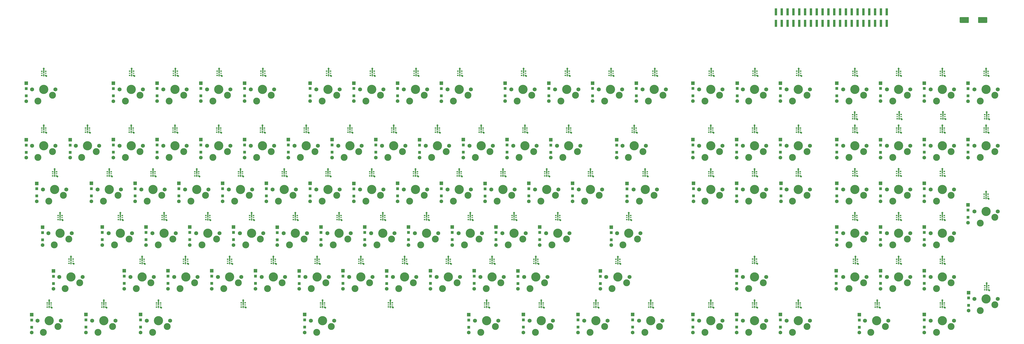
<source format=gbr>
G04 #@! TF.GenerationSoftware,KiCad,Pcbnew,(5.1.10)-1*
G04 #@! TF.CreationDate,2022-01-18T01:05:12+10:00*
G04 #@! TF.ProjectId,RedPyKeeb_mainboard,52656450-794b-4656-9562-5f6d61696e62,rev?*
G04 #@! TF.SameCoordinates,Original*
G04 #@! TF.FileFunction,Soldermask,Top*
G04 #@! TF.FilePolarity,Negative*
%FSLAX46Y46*%
G04 Gerber Fmt 4.6, Leading zero omitted, Abs format (unit mm)*
G04 Created by KiCad (PCBNEW (5.1.10)-1) date 2022-01-18 01:05:12*
%MOMM*%
%LPD*%
G01*
G04 APERTURE LIST*
%ADD10R,1.000000X3.150000*%
%ADD11R,0.800000X0.500000*%
%ADD12R,0.800000X0.300000*%
%ADD13R,0.500000X1.000000*%
%ADD14R,0.500000X2.180000*%
%ADD15C,0.800000*%
%ADD16C,1.600000*%
%ADD17R,1.600000X1.600000*%
%ADD18R,1.200000X1.200000*%
%ADD19C,1.750000*%
%ADD20C,4.000000*%
%ADD21C,3.000000*%
G04 APERTURE END LIST*
D10*
X382371600Y-26845260D03*
X362051600Y-21795500D03*
X392531600Y-21795500D03*
X392531600Y-26845500D03*
X389991600Y-21795500D03*
X389991600Y-26845500D03*
X387451600Y-21795500D03*
X387451600Y-26845500D03*
X384911600Y-21795500D03*
X384911600Y-26845500D03*
X382371600Y-21795500D03*
X379831600Y-21795500D03*
X379831600Y-26845500D03*
X377291600Y-21795500D03*
X377291600Y-26845500D03*
X374751600Y-21795500D03*
X374751600Y-26845500D03*
X372211600Y-21795500D03*
X372211600Y-26845500D03*
X369671600Y-21795500D03*
X369671600Y-26845500D03*
X367131600Y-21795500D03*
X367131600Y-26845500D03*
X364591600Y-21795500D03*
X364591600Y-26845500D03*
X362051600Y-26845500D03*
X359511600Y-21795500D03*
X359511600Y-26845500D03*
X356971600Y-21795500D03*
X356971600Y-26845500D03*
X354431600Y-21795500D03*
X354431600Y-26845500D03*
X351891600Y-21795500D03*
X351891600Y-26845500D03*
X349351600Y-21795500D03*
X349351600Y-26845500D03*
X346811600Y-21795500D03*
X346811600Y-26845500D03*
X344271600Y-21795500D03*
X344271600Y-26845500D03*
D11*
X64540500Y-49477500D03*
D12*
X64540500Y-48577500D03*
D11*
X64540500Y-47677500D03*
D12*
X62840500Y-48577500D03*
D11*
X62840500Y-47677500D03*
X62840500Y-49477500D03*
D13*
X63690500Y-49407500D03*
D14*
X63690500Y-47587500D03*
D15*
X63690500Y-46545500D03*
X64833500Y-49720500D03*
D16*
X93789500Y-60681700D03*
D17*
X93789500Y-52881700D03*
D18*
X93789500Y-55206700D03*
X93789500Y-58356700D03*
D16*
X74739500Y-60681700D03*
D17*
X74739500Y-52881700D03*
D18*
X74739500Y-55206700D03*
X74739500Y-58356700D03*
X55689500Y-58407500D03*
X55689500Y-55257500D03*
D17*
X55689500Y-52932500D03*
D16*
X55689500Y-60732500D03*
D19*
X96520000Y-55562500D03*
X106680000Y-55562500D03*
D20*
X101600000Y-55562500D03*
D21*
X99060000Y-60642500D03*
X105410000Y-58102500D03*
D15*
X102933500Y-49720500D03*
X101790500Y-46545500D03*
D14*
X101790500Y-47587500D03*
D13*
X101790500Y-49407500D03*
D11*
X100940500Y-49477500D03*
X100940500Y-47677500D03*
D12*
X100940500Y-48577500D03*
D11*
X102640500Y-47677500D03*
D12*
X102640500Y-48577500D03*
D11*
X102640500Y-49477500D03*
D15*
X121983500Y-49720500D03*
X120840500Y-46545500D03*
D14*
X120840500Y-47587500D03*
D13*
X120840500Y-49407500D03*
D11*
X119990500Y-49477500D03*
X119990500Y-47677500D03*
D12*
X119990500Y-48577500D03*
D11*
X121690500Y-47677500D03*
D12*
X121690500Y-48577500D03*
D11*
X121690500Y-49477500D03*
D19*
X77470000Y-55562500D03*
X87630000Y-55562500D03*
D20*
X82550000Y-55562500D03*
D21*
X80010000Y-60642500D03*
X86360000Y-58102500D03*
D15*
X83883500Y-49720500D03*
X82740500Y-46545500D03*
D14*
X82740500Y-47587500D03*
D13*
X82740500Y-49407500D03*
D11*
X81890500Y-49477500D03*
X81890500Y-47677500D03*
D12*
X81890500Y-48577500D03*
D11*
X83590500Y-47677500D03*
D12*
X83590500Y-48577500D03*
D11*
X83590500Y-49477500D03*
D16*
X112839500Y-60681700D03*
D17*
X112839500Y-52881700D03*
D18*
X112839500Y-55206700D03*
X112839500Y-58356700D03*
D19*
X115570000Y-55562500D03*
X125730000Y-55562500D03*
D20*
X120650000Y-55562500D03*
D21*
X118110000Y-60642500D03*
X124460000Y-58102500D03*
X67310000Y-58102500D03*
X60960000Y-60642500D03*
D20*
X63500000Y-55562500D03*
D19*
X68580000Y-55562500D03*
X58420000Y-55562500D03*
G36*
G01*
X424288700Y-26361900D02*
X424288700Y-24361900D01*
G75*
G02*
X424538700Y-24111900I250000J0D01*
G01*
X428038700Y-24111900D01*
G75*
G02*
X428288700Y-24361900I0J-250000D01*
G01*
X428288700Y-26361900D01*
G75*
G02*
X428038700Y-26611900I-250000J0D01*
G01*
X424538700Y-26611900D01*
G75*
G02*
X424288700Y-26361900I0J250000D01*
G01*
G37*
G36*
G01*
X432288700Y-26361900D02*
X432288700Y-24361900D01*
G75*
G02*
X432538700Y-24111900I250000J0D01*
G01*
X436038700Y-24111900D01*
G75*
G02*
X436288700Y-24361900I0J-250000D01*
G01*
X436288700Y-26361900D01*
G75*
G02*
X436038700Y-26611900I-250000J0D01*
G01*
X432538700Y-26611900D01*
G75*
G02*
X432288700Y-26361900I0J250000D01*
G01*
G37*
X430688750Y-146843750D03*
X440848750Y-146843750D03*
D20*
X435768750Y-146843750D03*
D21*
X433228750Y-151923750D03*
X439578750Y-149383750D03*
D15*
X437165750Y-143160750D03*
X436022750Y-139985750D03*
D14*
X436022750Y-141027750D03*
D13*
X436022750Y-142847750D03*
D11*
X435172750Y-142917750D03*
X435172750Y-141117750D03*
D12*
X435172750Y-142017750D03*
D11*
X436872750Y-141117750D03*
D12*
X436872750Y-142017750D03*
D11*
X436872750Y-142917750D03*
D16*
X428212250Y-151962950D03*
D17*
X428212250Y-144162950D03*
D18*
X428212250Y-146487950D03*
X428212250Y-149637950D03*
D15*
X417861750Y-150653750D03*
X416718750Y-147478750D03*
D14*
X416718750Y-148520750D03*
D13*
X416718750Y-150340750D03*
D11*
X415868750Y-150410750D03*
X415868750Y-148610750D03*
D12*
X415868750Y-149510750D03*
D11*
X417568750Y-148610750D03*
D12*
X417568750Y-149510750D03*
D11*
X417568750Y-150410750D03*
D19*
X411638750Y-156368750D03*
X421798750Y-156368750D03*
D20*
X416718750Y-156368750D03*
D21*
X414178750Y-161448750D03*
X420528750Y-158908750D03*
D16*
X408908250Y-161487950D03*
D17*
X408908250Y-153687950D03*
D18*
X408908250Y-156012950D03*
X408908250Y-159162950D03*
D15*
X417861750Y-131603750D03*
X416718750Y-128428750D03*
D14*
X416718750Y-129470750D03*
D13*
X416718750Y-131290750D03*
D11*
X415868750Y-131360750D03*
X415868750Y-129560750D03*
D12*
X415868750Y-130460750D03*
D11*
X417568750Y-129560750D03*
D12*
X417568750Y-130460750D03*
D11*
X417568750Y-131360750D03*
D19*
X411638750Y-137318750D03*
X421798750Y-137318750D03*
D20*
X416718750Y-137318750D03*
D21*
X414178750Y-142398750D03*
X420528750Y-139858750D03*
D16*
X408908250Y-142437950D03*
D17*
X408908250Y-134637950D03*
D18*
X408908250Y-136962950D03*
X408908250Y-140112950D03*
D19*
X392588750Y-137318750D03*
X402748750Y-137318750D03*
D20*
X397668750Y-137318750D03*
D21*
X395128750Y-142398750D03*
X401478750Y-139858750D03*
D16*
X389858250Y-142437950D03*
D17*
X389858250Y-134637950D03*
D18*
X389858250Y-136962950D03*
X389858250Y-140112950D03*
D15*
X398811750Y-131603750D03*
X397668750Y-128428750D03*
D14*
X397668750Y-129470750D03*
D13*
X397668750Y-131290750D03*
D11*
X396818750Y-131360750D03*
X396818750Y-129560750D03*
D12*
X396818750Y-130460750D03*
D11*
X398518750Y-129560750D03*
D12*
X398518750Y-130460750D03*
D11*
X398518750Y-131360750D03*
D15*
X417861750Y-112553750D03*
X416718750Y-109378750D03*
D14*
X416718750Y-110420750D03*
D13*
X416718750Y-112240750D03*
D11*
X415868750Y-112310750D03*
X415868750Y-110510750D03*
D12*
X415868750Y-111410750D03*
D11*
X417568750Y-110510750D03*
D12*
X417568750Y-111410750D03*
D11*
X417568750Y-112310750D03*
D19*
X411638750Y-118268750D03*
X421798750Y-118268750D03*
D20*
X416718750Y-118268750D03*
D21*
X414178750Y-123348750D03*
X420528750Y-120808750D03*
D16*
X408908250Y-123387950D03*
D17*
X408908250Y-115587950D03*
D18*
X408908250Y-117912950D03*
X408908250Y-121062950D03*
D15*
X398811750Y-112553750D03*
X397668750Y-109378750D03*
D14*
X397668750Y-110420750D03*
D13*
X397668750Y-112240750D03*
D11*
X396818750Y-112310750D03*
X396818750Y-110510750D03*
D12*
X396818750Y-111410750D03*
D11*
X398518750Y-110510750D03*
D12*
X398518750Y-111410750D03*
D11*
X398518750Y-112310750D03*
D19*
X392588750Y-118268750D03*
X402748750Y-118268750D03*
D20*
X397668750Y-118268750D03*
D21*
X395128750Y-123348750D03*
X401478750Y-120808750D03*
D16*
X389858250Y-123387950D03*
D17*
X389858250Y-115587950D03*
D18*
X389858250Y-117912950D03*
X389858250Y-121062950D03*
D15*
X389540750Y-150653750D03*
X388397750Y-147478750D03*
D14*
X388397750Y-148520750D03*
D13*
X388397750Y-150340750D03*
D11*
X387547750Y-150410750D03*
X387547750Y-148610750D03*
D12*
X387547750Y-149510750D03*
D11*
X389247750Y-148610750D03*
D12*
X389247750Y-149510750D03*
D11*
X389247750Y-150410750D03*
D19*
X383063750Y-156368750D03*
X393223750Y-156368750D03*
D20*
X388143750Y-156368750D03*
D21*
X385603750Y-161448750D03*
X391953750Y-158908750D03*
D16*
X380587250Y-161538750D03*
D17*
X380587250Y-153738750D03*
D18*
X380587250Y-156063750D03*
X380587250Y-159213750D03*
D19*
X373538750Y-137318750D03*
X383698750Y-137318750D03*
D20*
X378618750Y-137318750D03*
D21*
X376078750Y-142398750D03*
X382428750Y-139858750D03*
D15*
X380015750Y-131603750D03*
X378872750Y-128428750D03*
D14*
X378872750Y-129470750D03*
D13*
X378872750Y-131290750D03*
D11*
X378022750Y-131360750D03*
X378022750Y-129560750D03*
D12*
X378022750Y-130460750D03*
D11*
X379722750Y-129560750D03*
D12*
X379722750Y-130460750D03*
D11*
X379722750Y-131360750D03*
D16*
X370554250Y-142437950D03*
D17*
X370554250Y-134637950D03*
D18*
X370554250Y-136962950D03*
X370554250Y-140112950D03*
D19*
X373538750Y-118268750D03*
X383698750Y-118268750D03*
D20*
X378618750Y-118268750D03*
D21*
X376078750Y-123348750D03*
X382428750Y-120808750D03*
D15*
X379761750Y-112553750D03*
X378618750Y-109378750D03*
D14*
X378618750Y-110420750D03*
D13*
X378618750Y-112240750D03*
D11*
X377768750Y-112310750D03*
X377768750Y-110510750D03*
D12*
X377768750Y-111410750D03*
D11*
X379468750Y-110510750D03*
D12*
X379468750Y-111410750D03*
D11*
X379468750Y-112310750D03*
D16*
X370808250Y-123387950D03*
D17*
X370808250Y-115587950D03*
D18*
X370808250Y-117912950D03*
X370808250Y-121062950D03*
D15*
X436911750Y-103282750D03*
X435768750Y-100107750D03*
D14*
X435768750Y-101149750D03*
D13*
X435768750Y-102969750D03*
D11*
X434918750Y-103039750D03*
X434918750Y-101239750D03*
D12*
X434918750Y-102139750D03*
D11*
X436618750Y-101239750D03*
D12*
X436618750Y-102139750D03*
D11*
X436618750Y-103039750D03*
D19*
X430688750Y-108743750D03*
X440848750Y-108743750D03*
D20*
X435768750Y-108743750D03*
D21*
X433228750Y-113823750D03*
X439578750Y-111283750D03*
D16*
X427958250Y-113659750D03*
D17*
X427958250Y-105859750D03*
D18*
X427958250Y-108184750D03*
X427958250Y-111334750D03*
D15*
X417861750Y-93402150D03*
X416718750Y-90227150D03*
D14*
X416718750Y-91269150D03*
D13*
X416718750Y-93089150D03*
D11*
X415868750Y-93159150D03*
X415868750Y-91359150D03*
D12*
X415868750Y-92259150D03*
D11*
X417568750Y-91359150D03*
D12*
X417568750Y-92259150D03*
D11*
X417568750Y-93159150D03*
D19*
X411638750Y-99218750D03*
X421798750Y-99218750D03*
D20*
X416718750Y-99218750D03*
D21*
X414178750Y-104298750D03*
X420528750Y-101758750D03*
D16*
X408908250Y-104337950D03*
D17*
X408908250Y-96537950D03*
D18*
X408908250Y-98862950D03*
X408908250Y-102012950D03*
D19*
X392588750Y-99218750D03*
X402748750Y-99218750D03*
D20*
X397668750Y-99218750D03*
D21*
X395128750Y-104298750D03*
X401478750Y-101758750D03*
D15*
X398811750Y-93402150D03*
X397668750Y-90227150D03*
D14*
X397668750Y-91269150D03*
D13*
X397668750Y-93089150D03*
D11*
X396818750Y-93159150D03*
X396818750Y-91359150D03*
D12*
X396818750Y-92259150D03*
D11*
X398518750Y-91359150D03*
D12*
X398518750Y-92259150D03*
D11*
X398518750Y-93159150D03*
D16*
X389858250Y-104337950D03*
D17*
X389858250Y-96537950D03*
D18*
X389858250Y-98862950D03*
X389858250Y-102012950D03*
D19*
X373538750Y-99218750D03*
X383698750Y-99218750D03*
D20*
X378618750Y-99218750D03*
D21*
X376078750Y-104298750D03*
X382428750Y-101758750D03*
D16*
X370808250Y-104337950D03*
D17*
X370808250Y-96537950D03*
D18*
X370808250Y-98862950D03*
X370808250Y-102012950D03*
D15*
X379761750Y-93402150D03*
X378618750Y-90227150D03*
D14*
X378618750Y-91269150D03*
D13*
X378618750Y-93089150D03*
D11*
X377768750Y-93159150D03*
X377768750Y-91359150D03*
D12*
X377768750Y-92259150D03*
D11*
X379468750Y-91359150D03*
D12*
X379468750Y-92259150D03*
D11*
X379468750Y-93159150D03*
D15*
X436911750Y-74453750D03*
X435768750Y-71278750D03*
D14*
X435768750Y-72320750D03*
D13*
X435768750Y-74140750D03*
D11*
X434918750Y-74210750D03*
X434918750Y-72410750D03*
D12*
X434918750Y-73310750D03*
D11*
X436618750Y-72410750D03*
D12*
X436618750Y-73310750D03*
D11*
X436618750Y-74210750D03*
D16*
X427958250Y-85287950D03*
D17*
X427958250Y-77487950D03*
D18*
X427958250Y-79812950D03*
X427958250Y-82962950D03*
D19*
X430688750Y-80168750D03*
X440848750Y-80168750D03*
D20*
X435768750Y-80168750D03*
D21*
X433228750Y-85248750D03*
X439578750Y-82708750D03*
D19*
X411638750Y-80168750D03*
X421798750Y-80168750D03*
D20*
X416718750Y-80168750D03*
D21*
X414178750Y-85248750D03*
X420528750Y-82708750D03*
D15*
X417861750Y-74466450D03*
X416718750Y-71291450D03*
D14*
X416718750Y-72333450D03*
D13*
X416718750Y-74153450D03*
D11*
X415868750Y-74223450D03*
X415868750Y-72423450D03*
D12*
X415868750Y-73323450D03*
D11*
X417568750Y-72423450D03*
D12*
X417568750Y-73323450D03*
D11*
X417568750Y-74223450D03*
D16*
X408908250Y-85287950D03*
D17*
X408908250Y-77487950D03*
D18*
X408908250Y-79812950D03*
X408908250Y-82962950D03*
D21*
X401478750Y-82708750D03*
X395128750Y-85248750D03*
D20*
X397668750Y-80168750D03*
D19*
X402748750Y-80168750D03*
X392588750Y-80168750D03*
D11*
X398518750Y-74210750D03*
D12*
X398518750Y-73310750D03*
D11*
X398518750Y-72410750D03*
D12*
X396818750Y-73310750D03*
D11*
X396818750Y-72410750D03*
X396818750Y-74210750D03*
D13*
X397668750Y-74140750D03*
D14*
X397668750Y-72320750D03*
D15*
X397668750Y-71278750D03*
X398811750Y-74453750D03*
D18*
X389858250Y-83013750D03*
X389858250Y-79863750D03*
D17*
X389858250Y-77538750D03*
D16*
X389858250Y-85338750D03*
D19*
X373538750Y-80168750D03*
X383698750Y-80168750D03*
D20*
X378618750Y-80168750D03*
D21*
X376078750Y-85248750D03*
X382428750Y-82708750D03*
D16*
X370808250Y-85287950D03*
D17*
X370808250Y-77487950D03*
D18*
X370808250Y-79812950D03*
X370808250Y-82962950D03*
D15*
X379761750Y-74453750D03*
X378618750Y-71278750D03*
D14*
X378618750Y-72320750D03*
D13*
X378618750Y-74140750D03*
D11*
X377768750Y-74210750D03*
X377768750Y-72410750D03*
D12*
X377768750Y-73310750D03*
D11*
X379468750Y-72410750D03*
D12*
X379468750Y-73310750D03*
D11*
X379468750Y-74210750D03*
D19*
X430688750Y-55562500D03*
X440848750Y-55562500D03*
D20*
X435768750Y-55562500D03*
D21*
X433228750Y-60642500D03*
X439578750Y-58102500D03*
D15*
X436911750Y-49733200D03*
X435768750Y-46558200D03*
D14*
X435768750Y-47600200D03*
D13*
X435768750Y-49420200D03*
D11*
X434918750Y-49490200D03*
X434918750Y-47690200D03*
D12*
X434918750Y-48590200D03*
D11*
X436618750Y-47690200D03*
D12*
X436618750Y-48590200D03*
D11*
X436618750Y-49490200D03*
D15*
X437165750Y-68643500D03*
X436022750Y-65468500D03*
D14*
X436022750Y-66510500D03*
D13*
X436022750Y-68330500D03*
D11*
X435172750Y-68400500D03*
X435172750Y-66600500D03*
D12*
X435172750Y-67500500D03*
D11*
X436872750Y-66600500D03*
D12*
X436872750Y-67500500D03*
D11*
X436872750Y-68400500D03*
D16*
X427958250Y-60732500D03*
D17*
X427958250Y-52932500D03*
D18*
X427958250Y-55257500D03*
X427958250Y-58407500D03*
D15*
X418115750Y-68592700D03*
X416972750Y-65417700D03*
D14*
X416972750Y-66459700D03*
D13*
X416972750Y-68279700D03*
D11*
X416122750Y-68349700D03*
X416122750Y-66549700D03*
D12*
X416122750Y-67449700D03*
D11*
X417822750Y-66549700D03*
D12*
X417822750Y-67449700D03*
D11*
X417822750Y-68349700D03*
D15*
X417849050Y-49733200D03*
X416706050Y-46558200D03*
D14*
X416706050Y-47600200D03*
D13*
X416706050Y-49420200D03*
D11*
X415856050Y-49490200D03*
X415856050Y-47690200D03*
D12*
X415856050Y-48590200D03*
D11*
X417556050Y-47690200D03*
D12*
X417556050Y-48590200D03*
D11*
X417556050Y-49490200D03*
D19*
X411638750Y-55562500D03*
X421798750Y-55562500D03*
D20*
X416718750Y-55562500D03*
D21*
X414178750Y-60642500D03*
X420528750Y-58102500D03*
D16*
X408908250Y-60681700D03*
D17*
X408908250Y-52881700D03*
D18*
X408908250Y-55206700D03*
X408908250Y-58356700D03*
D15*
X399065750Y-68605400D03*
X397922750Y-65430400D03*
D14*
X397922750Y-66472400D03*
D13*
X397922750Y-68292400D03*
D11*
X397072750Y-68362400D03*
X397072750Y-66562400D03*
D12*
X397072750Y-67462400D03*
D11*
X398772750Y-66562400D03*
D12*
X398772750Y-67462400D03*
D11*
X398772750Y-68362400D03*
D15*
X398799050Y-49745900D03*
X397656050Y-46570900D03*
D14*
X397656050Y-47612900D03*
D13*
X397656050Y-49432900D03*
D11*
X396806050Y-49502900D03*
X396806050Y-47702900D03*
D12*
X396806050Y-48602900D03*
D11*
X398506050Y-47702900D03*
D12*
X398506050Y-48602900D03*
D11*
X398506050Y-49502900D03*
D21*
X401478750Y-58102500D03*
X395128750Y-60642500D03*
D20*
X397668750Y-55562500D03*
D19*
X402748750Y-55562500D03*
X392588750Y-55562500D03*
D16*
X389858250Y-60694400D03*
D17*
X389858250Y-52894400D03*
D18*
X389858250Y-55219400D03*
X389858250Y-58369400D03*
D11*
X379456050Y-49490200D03*
D12*
X379456050Y-48590200D03*
D11*
X379456050Y-47690200D03*
D12*
X377756050Y-48590200D03*
D11*
X377756050Y-47690200D03*
X377756050Y-49490200D03*
D13*
X378606050Y-49420200D03*
D14*
X378606050Y-47600200D03*
D15*
X378606050Y-46558200D03*
X379749050Y-49733200D03*
D21*
X382428750Y-58102500D03*
X376078750Y-60642500D03*
D20*
X378618750Y-55562500D03*
D19*
X383698750Y-55562500D03*
X373538750Y-55562500D03*
D18*
X308102000Y-58356700D03*
X308102000Y-55206700D03*
D17*
X308102000Y-52881700D03*
D16*
X308102000Y-60681700D03*
D21*
X319722500Y-58102500D03*
X313372500Y-60642500D03*
D20*
X315912500Y-55562500D03*
D19*
X320992500Y-55562500D03*
X310832500Y-55562500D03*
D11*
X316953000Y-49477500D03*
D12*
X316953000Y-48577500D03*
D11*
X316953000Y-47677500D03*
D12*
X315253000Y-48577500D03*
D11*
X315253000Y-47677500D03*
X315253000Y-49477500D03*
D13*
X316103000Y-49407500D03*
D14*
X316103000Y-47587500D03*
D15*
X316103000Y-46545500D03*
X317246000Y-49720500D03*
D19*
X329882500Y-80168750D03*
X340042500Y-80168750D03*
D20*
X334962500Y-80168750D03*
D21*
X332422500Y-85248750D03*
X338772500Y-82708750D03*
D11*
X316762500Y-74210750D03*
D12*
X316762500Y-73310750D03*
D11*
X316762500Y-72410750D03*
D12*
X315062500Y-73310750D03*
D11*
X315062500Y-72410750D03*
X315062500Y-74210750D03*
D13*
X315912500Y-74140750D03*
D14*
X315912500Y-72320750D03*
D15*
X315912500Y-71278750D03*
X317055500Y-74453750D03*
D21*
X319722500Y-82708750D03*
X313372500Y-85248750D03*
D20*
X315912500Y-80168750D03*
D19*
X320992500Y-80168750D03*
X310832500Y-80168750D03*
D18*
X308102000Y-82962950D03*
X308102000Y-79812950D03*
D17*
X308102000Y-77487950D03*
D16*
X308102000Y-85287950D03*
D15*
X336105500Y-74453750D03*
X334962500Y-71278750D03*
D14*
X334962500Y-72320750D03*
D13*
X334962500Y-74140750D03*
D11*
X334112500Y-74210750D03*
X334112500Y-72410750D03*
D12*
X334112500Y-73310750D03*
D11*
X335812500Y-72410750D03*
D12*
X335812500Y-73310750D03*
D11*
X335812500Y-74210750D03*
X379405250Y-68400500D03*
D12*
X379405250Y-67500500D03*
D11*
X379405250Y-66600500D03*
D12*
X377705250Y-67500500D03*
D11*
X377705250Y-66600500D03*
X377705250Y-68400500D03*
D13*
X378555250Y-68330500D03*
D14*
X378555250Y-66510500D03*
D15*
X378555250Y-65468500D03*
X379698250Y-68643500D03*
D18*
X370808250Y-58356700D03*
X370808250Y-55206700D03*
D17*
X370808250Y-52881700D03*
D16*
X370808250Y-60681700D03*
D21*
X357822500Y-58102500D03*
X351472500Y-60642500D03*
D20*
X354012500Y-55562500D03*
D19*
X359092500Y-55562500D03*
X348932500Y-55562500D03*
D11*
X355053000Y-49477500D03*
D12*
X355053000Y-48577500D03*
D11*
X355053000Y-47677500D03*
D12*
X353353000Y-48577500D03*
D11*
X353353000Y-47677500D03*
X353353000Y-49477500D03*
D13*
X354203000Y-49407500D03*
D14*
X354203000Y-47587500D03*
D15*
X354203000Y-46545500D03*
X355346000Y-49720500D03*
D21*
X338772500Y-58102500D03*
X332422500Y-60642500D03*
D20*
X334962500Y-55562500D03*
D19*
X340042500Y-55562500D03*
X329882500Y-55562500D03*
D11*
X336003000Y-49477500D03*
D12*
X336003000Y-48577500D03*
D11*
X336003000Y-47677500D03*
D12*
X334303000Y-48577500D03*
D11*
X334303000Y-47677500D03*
X334303000Y-49477500D03*
D13*
X335153000Y-49407500D03*
D14*
X335153000Y-47587500D03*
D15*
X335153000Y-46545500D03*
X336296000Y-49720500D03*
D18*
X327406000Y-58356700D03*
X327406000Y-55206700D03*
D17*
X327406000Y-52881700D03*
D16*
X327406000Y-60681700D03*
D21*
X357822500Y-158908750D03*
X351472500Y-161448750D03*
D20*
X354012500Y-156368750D03*
D19*
X359092500Y-156368750D03*
X348932500Y-156368750D03*
D11*
X354862500Y-150410750D03*
D12*
X354862500Y-149510750D03*
D11*
X354862500Y-148610750D03*
D12*
X353162500Y-149510750D03*
D11*
X353162500Y-148610750D03*
X353162500Y-150410750D03*
D13*
X354012500Y-150340750D03*
D14*
X354012500Y-148520750D03*
D15*
X354012500Y-147478750D03*
X355155500Y-150653750D03*
D18*
X346202000Y-159162950D03*
X346202000Y-156012950D03*
D17*
X346202000Y-153687950D03*
D16*
X346202000Y-161487950D03*
D18*
X327152000Y-140112950D03*
X327152000Y-136962950D03*
D17*
X327152000Y-134637950D03*
D16*
X327152000Y-142437950D03*
D11*
X335812500Y-131309950D03*
D12*
X335812500Y-130409950D03*
D11*
X335812500Y-129509950D03*
D12*
X334112500Y-130409950D03*
D11*
X334112500Y-129509950D03*
X334112500Y-131309950D03*
D13*
X334962500Y-131239950D03*
D14*
X334962500Y-129419950D03*
D15*
X334962500Y-128377950D03*
X336105500Y-131552950D03*
D21*
X338772500Y-139858750D03*
X332422500Y-142398750D03*
D20*
X334962500Y-137318750D03*
D19*
X340042500Y-137318750D03*
X329882500Y-137318750D03*
X329882500Y-156368750D03*
X340042500Y-156368750D03*
D20*
X334962500Y-156368750D03*
D21*
X332422500Y-161448750D03*
X338772500Y-158908750D03*
D16*
X327152000Y-161487950D03*
D17*
X327152000Y-153687950D03*
D18*
X327152000Y-156012950D03*
X327152000Y-159162950D03*
D19*
X310832500Y-99218750D03*
X320992500Y-99218750D03*
D20*
X315912500Y-99218750D03*
D21*
X313372500Y-104298750D03*
X319722500Y-101758750D03*
X319722500Y-158908750D03*
X313372500Y-161448750D03*
D20*
X315912500Y-156368750D03*
D19*
X320992500Y-156368750D03*
X310832500Y-156368750D03*
D11*
X335812500Y-93260750D03*
D12*
X335812500Y-92360750D03*
D11*
X335812500Y-91460750D03*
D12*
X334112500Y-92360750D03*
D11*
X334112500Y-91460750D03*
X334112500Y-93260750D03*
D13*
X334962500Y-93190750D03*
D14*
X334962500Y-91370750D03*
D15*
X334962500Y-90328750D03*
X336105500Y-93503750D03*
D11*
X354940700Y-74236150D03*
D12*
X354940700Y-73336150D03*
D11*
X354940700Y-72436150D03*
D12*
X353240700Y-73336150D03*
D11*
X353240700Y-72436150D03*
X353240700Y-74236150D03*
D13*
X354090700Y-74166150D03*
D14*
X354090700Y-72346150D03*
D15*
X354090700Y-71304150D03*
X355233700Y-74479150D03*
D16*
X308356000Y-104337950D03*
D17*
X308356000Y-96537950D03*
D18*
X308356000Y-98862950D03*
X308356000Y-102012950D03*
D15*
X317055500Y-93503750D03*
X315912500Y-90328750D03*
D14*
X315912500Y-91370750D03*
D13*
X315912500Y-93190750D03*
D11*
X315062500Y-93260750D03*
X315062500Y-91460750D03*
D12*
X315062500Y-92360750D03*
D11*
X316762500Y-91460750D03*
D12*
X316762500Y-92360750D03*
D11*
X316762500Y-93260750D03*
D16*
X346456000Y-104337950D03*
D17*
X346456000Y-96537950D03*
D18*
X346456000Y-98862950D03*
X346456000Y-102012950D03*
X346202000Y-82962950D03*
X346202000Y-79812950D03*
D17*
X346202000Y-77487950D03*
D16*
X346202000Y-85287950D03*
D18*
X346202000Y-58356700D03*
X346202000Y-55206700D03*
D17*
X346202000Y-52881700D03*
D16*
X346202000Y-60681700D03*
D18*
X308102000Y-159162950D03*
X308102000Y-156012950D03*
D17*
X308102000Y-153687950D03*
D16*
X308102000Y-161487950D03*
D21*
X338772500Y-101758750D03*
X332422500Y-104298750D03*
D20*
X334962500Y-99218750D03*
D19*
X340042500Y-99218750D03*
X329882500Y-99218750D03*
D21*
X357822500Y-82708750D03*
X351472500Y-85248750D03*
D20*
X354012500Y-80168750D03*
D19*
X359092500Y-80168750D03*
X348932500Y-80168750D03*
D15*
X355155500Y-93503750D03*
X354012500Y-90328750D03*
D14*
X354012500Y-91370750D03*
D13*
X354012500Y-93190750D03*
D11*
X353162500Y-93260750D03*
X353162500Y-91460750D03*
D12*
X353162500Y-92360750D03*
D11*
X354862500Y-91460750D03*
D12*
X354862500Y-92360750D03*
D11*
X354862500Y-93260750D03*
D18*
X327152000Y-102012950D03*
X327152000Y-98862950D03*
D17*
X327152000Y-96537950D03*
D16*
X327152000Y-104337950D03*
D11*
X316762500Y-150410750D03*
D12*
X316762500Y-149510750D03*
D11*
X316762500Y-148610750D03*
D12*
X315062500Y-149510750D03*
D11*
X315062500Y-148610750D03*
X315062500Y-150410750D03*
D13*
X315912500Y-150340750D03*
D14*
X315912500Y-148520750D03*
D15*
X315912500Y-147478750D03*
X317055500Y-150653750D03*
D19*
X348932500Y-99218750D03*
X359092500Y-99218750D03*
D20*
X354012500Y-99218750D03*
D21*
X351472500Y-104298750D03*
X357822500Y-101758750D03*
D15*
X336105500Y-150653750D03*
X334962500Y-147478750D03*
D14*
X334962500Y-148520750D03*
D13*
X334962500Y-150340750D03*
D11*
X334112500Y-150410750D03*
X334112500Y-148610750D03*
D12*
X334112500Y-149510750D03*
D11*
X335812500Y-148610750D03*
D12*
X335812500Y-149510750D03*
D11*
X335812500Y-150410750D03*
D16*
X327152000Y-85287950D03*
D17*
X327152000Y-77487950D03*
D18*
X327152000Y-79812950D03*
X327152000Y-82962950D03*
D19*
X284638750Y-156368750D03*
X294798750Y-156368750D03*
D20*
X289718750Y-156368750D03*
D21*
X287178750Y-161448750D03*
X293528750Y-158908750D03*
D16*
X281908250Y-161487950D03*
D17*
X281908250Y-153687950D03*
D18*
X281908250Y-156012950D03*
X281908250Y-159162950D03*
D15*
X290861750Y-150653750D03*
X289718750Y-147478750D03*
D14*
X289718750Y-148520750D03*
D13*
X289718750Y-150340750D03*
D11*
X288868750Y-150410750D03*
X288868750Y-148610750D03*
D12*
X288868750Y-149510750D03*
D11*
X290568750Y-148610750D03*
D12*
X290568750Y-149510750D03*
D11*
X290568750Y-150410750D03*
D19*
X260826250Y-156368750D03*
X270986250Y-156368750D03*
D20*
X265906250Y-156368750D03*
D21*
X263366250Y-161448750D03*
X269716250Y-158908750D03*
D16*
X258095750Y-161487950D03*
D17*
X258095750Y-153687950D03*
D18*
X258095750Y-156012950D03*
X258095750Y-159162950D03*
D15*
X267049250Y-150653750D03*
X265906250Y-147478750D03*
D14*
X265906250Y-148520750D03*
D13*
X265906250Y-150340750D03*
D11*
X265056250Y-150410750D03*
X265056250Y-148610750D03*
D12*
X265056250Y-149510750D03*
D11*
X266756250Y-148610750D03*
D12*
X266756250Y-149510750D03*
D11*
X266756250Y-150410750D03*
D19*
X237013750Y-156368750D03*
X247173750Y-156368750D03*
D20*
X242093750Y-156368750D03*
D21*
X239553750Y-161448750D03*
X245903750Y-158908750D03*
D16*
X234283250Y-161487950D03*
D17*
X234283250Y-153687950D03*
D18*
X234283250Y-156012950D03*
X234283250Y-159162950D03*
D15*
X243236750Y-150653750D03*
X242093750Y-147478750D03*
D14*
X242093750Y-148520750D03*
D13*
X242093750Y-150340750D03*
D11*
X241243750Y-150410750D03*
X241243750Y-148610750D03*
D12*
X241243750Y-149510750D03*
D11*
X242943750Y-148610750D03*
D12*
X242943750Y-149510750D03*
D11*
X242943750Y-150410750D03*
D16*
X210496150Y-161551450D03*
D17*
X210496150Y-153751450D03*
D18*
X210496150Y-156076450D03*
X210496150Y-159226450D03*
D19*
X213201250Y-156368750D03*
X223361250Y-156368750D03*
D20*
X218281250Y-156368750D03*
D21*
X215741250Y-161448750D03*
X222091250Y-158908750D03*
D15*
X219449650Y-150653750D03*
X218306650Y-147478750D03*
D14*
X218306650Y-148520750D03*
D13*
X218306650Y-150340750D03*
D11*
X217456650Y-150410750D03*
X217456650Y-148610750D03*
D12*
X217456650Y-149510750D03*
D11*
X219156650Y-148610750D03*
D12*
X219156650Y-149510750D03*
D11*
X219156650Y-150410750D03*
D15*
X147986750Y-150653750D03*
X146843750Y-147478750D03*
D14*
X146843750Y-148520750D03*
D13*
X146843750Y-150340750D03*
D11*
X145993750Y-150410750D03*
X145993750Y-148610750D03*
D12*
X145993750Y-149510750D03*
D11*
X147693750Y-148610750D03*
D12*
X147693750Y-149510750D03*
D11*
X147693750Y-150410750D03*
D15*
X113417350Y-150641050D03*
X112274350Y-147466050D03*
D14*
X112274350Y-148508050D03*
D13*
X112274350Y-150328050D03*
D11*
X111424350Y-150398050D03*
X111424350Y-148598050D03*
D12*
X111424350Y-149498050D03*
D11*
X113124350Y-148598050D03*
D12*
X113124350Y-149498050D03*
D11*
X113124350Y-150398050D03*
D16*
X139033250Y-161487950D03*
D17*
X139033250Y-153687950D03*
D18*
X139033250Y-156012950D03*
X139033250Y-159162950D03*
D15*
X177514250Y-150628350D03*
X176371250Y-147453350D03*
D14*
X176371250Y-148495350D03*
D13*
X176371250Y-150315350D03*
D11*
X175521250Y-150385350D03*
X175521250Y-148585350D03*
D12*
X175521250Y-149485350D03*
D11*
X177221250Y-148585350D03*
D12*
X177221250Y-149485350D03*
D11*
X177221250Y-150385350D03*
D19*
X141763750Y-156368750D03*
X151923750Y-156368750D03*
D20*
X146843750Y-156368750D03*
D21*
X144303750Y-161448750D03*
X150653750Y-158908750D03*
D15*
X76549250Y-150653750D03*
X75406250Y-147478750D03*
D14*
X75406250Y-148520750D03*
D13*
X75406250Y-150340750D03*
D11*
X74556250Y-150410750D03*
X74556250Y-148610750D03*
D12*
X74556250Y-149510750D03*
D11*
X76256250Y-148610750D03*
D12*
X76256250Y-149510750D03*
D11*
X76256250Y-150410750D03*
D16*
X67595750Y-161487950D03*
D17*
X67595750Y-153687950D03*
D18*
X67595750Y-156012950D03*
X67595750Y-159162950D03*
D19*
X70326250Y-156368750D03*
X80486250Y-156368750D03*
D20*
X75406250Y-156368750D03*
D21*
X72866250Y-161448750D03*
X79216250Y-158908750D03*
D15*
X52736750Y-150653750D03*
X51593750Y-147478750D03*
D14*
X51593750Y-148520750D03*
D13*
X51593750Y-150340750D03*
D11*
X50743750Y-150410750D03*
X50743750Y-148610750D03*
D12*
X50743750Y-149510750D03*
D11*
X52443750Y-148610750D03*
D12*
X52443750Y-149510750D03*
D11*
X52443750Y-150410750D03*
D16*
X43783250Y-161487950D03*
D17*
X43783250Y-153687950D03*
D18*
X43783250Y-156012950D03*
X43783250Y-159162950D03*
D19*
X46513750Y-156368750D03*
X56673750Y-156368750D03*
D20*
X51593750Y-156368750D03*
D21*
X49053750Y-161448750D03*
X55403750Y-158908750D03*
D19*
X270351250Y-137318750D03*
X280511250Y-137318750D03*
D20*
X275431250Y-137318750D03*
D21*
X272891250Y-142398750D03*
X279241250Y-139858750D03*
D16*
X267811250Y-142488750D03*
D17*
X267811250Y-134688750D03*
D18*
X267811250Y-137013750D03*
X267811250Y-140163750D03*
D15*
X276574250Y-131654550D03*
X275431250Y-128479550D03*
D14*
X275431250Y-129521550D03*
D13*
X275431250Y-131341550D03*
D11*
X274581250Y-131411550D03*
X274581250Y-129611550D03*
D12*
X274581250Y-130511550D03*
D11*
X276281250Y-129611550D03*
D12*
X276281250Y-130511550D03*
D11*
X276281250Y-131411550D03*
D19*
X234632500Y-137318750D03*
X244792500Y-137318750D03*
D20*
X239712500Y-137318750D03*
D21*
X237172500Y-142398750D03*
X243522500Y-139858750D03*
D16*
X231902000Y-142488750D03*
D17*
X231902000Y-134688750D03*
D18*
X231902000Y-137013750D03*
X231902000Y-140163750D03*
D15*
X240855500Y-131603750D03*
X239712500Y-128428750D03*
D14*
X239712500Y-129470750D03*
D13*
X239712500Y-131290750D03*
D11*
X238862500Y-131360750D03*
X238862500Y-129560750D03*
D12*
X238862500Y-130460750D03*
D11*
X240562500Y-129560750D03*
D12*
X240562500Y-130460750D03*
D11*
X240562500Y-131360750D03*
D16*
X212852000Y-142437950D03*
D17*
X212852000Y-134637950D03*
D18*
X212852000Y-136962950D03*
X212852000Y-140112950D03*
D19*
X215582500Y-137318750D03*
X225742500Y-137318750D03*
D20*
X220662500Y-137318750D03*
D21*
X218122500Y-142398750D03*
X224472500Y-139858750D03*
D15*
X221805500Y-131603750D03*
X220662500Y-128428750D03*
D14*
X220662500Y-129470750D03*
D13*
X220662500Y-131290750D03*
D11*
X219812500Y-131360750D03*
X219812500Y-129560750D03*
D12*
X219812500Y-130460750D03*
D11*
X221512500Y-129560750D03*
D12*
X221512500Y-130460750D03*
D11*
X221512500Y-131360750D03*
D16*
X193802000Y-142437950D03*
D17*
X193802000Y-134637950D03*
D18*
X193802000Y-136962950D03*
X193802000Y-140112950D03*
D19*
X196532500Y-137318750D03*
X206692500Y-137318750D03*
D20*
X201612500Y-137318750D03*
D21*
X199072500Y-142398750D03*
X205422500Y-139858750D03*
D15*
X202755500Y-131603750D03*
X201612500Y-128428750D03*
D14*
X201612500Y-129470750D03*
D13*
X201612500Y-131290750D03*
D11*
X200762500Y-131360750D03*
X200762500Y-129560750D03*
D12*
X200762500Y-130460750D03*
D11*
X202462500Y-129560750D03*
D12*
X202462500Y-130460750D03*
D11*
X202462500Y-131360750D03*
D16*
X174752000Y-142488750D03*
D17*
X174752000Y-134688750D03*
D18*
X174752000Y-137013750D03*
X174752000Y-140163750D03*
D19*
X177482500Y-137318750D03*
X187642500Y-137318750D03*
D20*
X182562500Y-137318750D03*
D21*
X180022500Y-142398750D03*
X186372500Y-139858750D03*
D15*
X183705500Y-131603750D03*
X182562500Y-128428750D03*
D14*
X182562500Y-129470750D03*
D13*
X182562500Y-131290750D03*
D11*
X181712500Y-131360750D03*
X181712500Y-129560750D03*
D12*
X181712500Y-130460750D03*
D11*
X183412500Y-129560750D03*
D12*
X183412500Y-130460750D03*
D11*
X183412500Y-131360750D03*
D16*
X155702000Y-142437950D03*
D17*
X155702000Y-134637950D03*
D18*
X155702000Y-136962950D03*
X155702000Y-140112950D03*
D19*
X158432500Y-137318750D03*
X168592500Y-137318750D03*
D20*
X163512500Y-137318750D03*
D21*
X160972500Y-142398750D03*
X167322500Y-139858750D03*
D15*
X164655500Y-131603750D03*
X163512500Y-128428750D03*
D14*
X163512500Y-129470750D03*
D13*
X163512500Y-131290750D03*
D11*
X162662500Y-131360750D03*
X162662500Y-129560750D03*
D12*
X162662500Y-130460750D03*
D11*
X164362500Y-129560750D03*
D12*
X164362500Y-130460750D03*
D11*
X164362500Y-131360750D03*
D16*
X136652000Y-142488750D03*
D17*
X136652000Y-134688750D03*
D18*
X136652000Y-137013750D03*
X136652000Y-140163750D03*
D19*
X139382500Y-137318750D03*
X149542500Y-137318750D03*
D20*
X144462500Y-137318750D03*
D21*
X141922500Y-142398750D03*
X148272500Y-139858750D03*
D15*
X145605500Y-131603750D03*
X144462500Y-128428750D03*
D14*
X144462500Y-129470750D03*
D13*
X144462500Y-131290750D03*
D11*
X143612500Y-131360750D03*
X143612500Y-129560750D03*
D12*
X143612500Y-130460750D03*
D11*
X145312500Y-129560750D03*
D12*
X145312500Y-130460750D03*
D11*
X145312500Y-131360750D03*
D16*
X117602000Y-142437950D03*
D17*
X117602000Y-134637950D03*
D18*
X117602000Y-136962950D03*
X117602000Y-140112950D03*
D19*
X120332500Y-137318750D03*
X130492500Y-137318750D03*
D20*
X125412500Y-137318750D03*
D21*
X122872500Y-142398750D03*
X129222500Y-139858750D03*
D15*
X126555500Y-131603750D03*
X125412500Y-128428750D03*
D14*
X125412500Y-129470750D03*
D13*
X125412500Y-131290750D03*
D11*
X124562500Y-131360750D03*
X124562500Y-129560750D03*
D12*
X124562500Y-130460750D03*
D11*
X126262500Y-129560750D03*
D12*
X126262500Y-130460750D03*
D11*
X126262500Y-131360750D03*
D15*
X107505500Y-131603750D03*
X106362500Y-128428750D03*
D14*
X106362500Y-129470750D03*
D13*
X106362500Y-131290750D03*
D11*
X105512500Y-131360750D03*
X105512500Y-129560750D03*
D12*
X105512500Y-130460750D03*
D11*
X107212500Y-129560750D03*
D12*
X107212500Y-130460750D03*
D11*
X107212500Y-131360750D03*
D16*
X98552000Y-142437950D03*
D17*
X98552000Y-134637950D03*
D18*
X98552000Y-136962950D03*
X98552000Y-140112950D03*
D19*
X101282500Y-137318750D03*
X111442500Y-137318750D03*
D20*
X106362500Y-137318750D03*
D21*
X103822500Y-142398750D03*
X110172500Y-139858750D03*
D15*
X88315500Y-131603750D03*
X87172500Y-128428750D03*
D14*
X87172500Y-129470750D03*
D13*
X87172500Y-131290750D03*
D11*
X86322500Y-131360750D03*
X86322500Y-129560750D03*
D12*
X86322500Y-130460750D03*
D11*
X88022500Y-129560750D03*
D12*
X88022500Y-130460750D03*
D11*
X88022500Y-131360750D03*
D16*
X79502000Y-142437950D03*
D17*
X79502000Y-134637950D03*
D18*
X79502000Y-136962950D03*
X79502000Y-140112950D03*
D19*
X82232500Y-137318750D03*
X92392500Y-137318750D03*
D20*
X87312500Y-137318750D03*
D21*
X84772500Y-142398750D03*
X91122500Y-139858750D03*
D15*
X69405500Y-131603750D03*
X68262500Y-128428750D03*
D14*
X68262500Y-129470750D03*
D13*
X68262500Y-131290750D03*
D11*
X67412500Y-131360750D03*
X67412500Y-129560750D03*
D12*
X67412500Y-130460750D03*
D11*
X69112500Y-129560750D03*
D12*
X69112500Y-130460750D03*
D11*
X69112500Y-131360750D03*
D16*
X60452000Y-142437950D03*
D17*
X60452000Y-134637950D03*
D18*
X60452000Y-136962950D03*
X60452000Y-140112950D03*
D19*
X63182500Y-137318750D03*
X73342500Y-137318750D03*
D20*
X68262500Y-137318750D03*
D21*
X65722500Y-142398750D03*
X72072500Y-139858750D03*
D19*
X275113750Y-118268750D03*
X285273750Y-118268750D03*
D20*
X280193750Y-118268750D03*
D21*
X277653750Y-123348750D03*
X284003750Y-120808750D03*
D16*
X272573750Y-123438750D03*
D17*
X272573750Y-115638750D03*
D18*
X272573750Y-117963750D03*
X272573750Y-121113750D03*
D15*
X281311350Y-112566450D03*
X280168350Y-109391450D03*
D14*
X280168350Y-110433450D03*
D13*
X280168350Y-112253450D03*
D11*
X279318350Y-112323450D03*
X279318350Y-110523450D03*
D12*
X279318350Y-111423450D03*
D11*
X281018350Y-110523450D03*
D12*
X281018350Y-111423450D03*
D11*
X281018350Y-112323450D03*
D19*
X244157500Y-118268750D03*
X254317500Y-118268750D03*
D20*
X249237500Y-118268750D03*
D21*
X246697500Y-123348750D03*
X253047500Y-120808750D03*
D16*
X241427000Y-123387950D03*
D17*
X241427000Y-115587950D03*
D18*
X241427000Y-117912950D03*
X241427000Y-121062950D03*
D15*
X250380500Y-112553750D03*
X249237500Y-109378750D03*
D14*
X249237500Y-110420750D03*
D13*
X249237500Y-112240750D03*
D11*
X248387500Y-112310750D03*
X248387500Y-110510750D03*
D12*
X248387500Y-111410750D03*
D11*
X250087500Y-110510750D03*
D12*
X250087500Y-111410750D03*
D11*
X250087500Y-112310750D03*
D19*
X225107500Y-118268750D03*
X235267500Y-118268750D03*
D20*
X230187500Y-118268750D03*
D21*
X227647500Y-123348750D03*
X233997500Y-120808750D03*
D16*
X222377000Y-123387950D03*
D17*
X222377000Y-115587950D03*
D18*
X222377000Y-117912950D03*
X222377000Y-121062950D03*
D15*
X231330500Y-112553750D03*
X230187500Y-109378750D03*
D14*
X230187500Y-110420750D03*
D13*
X230187500Y-112240750D03*
D11*
X229337500Y-112310750D03*
X229337500Y-110510750D03*
D12*
X229337500Y-111410750D03*
D11*
X231037500Y-110510750D03*
D12*
X231037500Y-111410750D03*
D11*
X231037500Y-112310750D03*
D16*
X203327000Y-123387950D03*
D17*
X203327000Y-115587950D03*
D18*
X203327000Y-117912950D03*
X203327000Y-121062950D03*
D19*
X206057500Y-118268750D03*
X216217500Y-118268750D03*
D20*
X211137500Y-118268750D03*
D21*
X208597500Y-123348750D03*
X214947500Y-120808750D03*
D15*
X212280500Y-112553750D03*
X211137500Y-109378750D03*
D14*
X211137500Y-110420750D03*
D13*
X211137500Y-112240750D03*
D11*
X210287500Y-112310750D03*
X210287500Y-110510750D03*
D12*
X210287500Y-111410750D03*
D11*
X211987500Y-110510750D03*
D12*
X211987500Y-111410750D03*
D11*
X211987500Y-112310750D03*
D16*
X184277000Y-123387950D03*
D17*
X184277000Y-115587950D03*
D18*
X184277000Y-117912950D03*
X184277000Y-121062950D03*
D19*
X187007500Y-118268750D03*
X197167500Y-118268750D03*
D20*
X192087500Y-118268750D03*
D21*
X189547500Y-123348750D03*
X195897500Y-120808750D03*
D15*
X193230500Y-112553750D03*
X192087500Y-109378750D03*
D14*
X192087500Y-110420750D03*
D13*
X192087500Y-112240750D03*
D11*
X191237500Y-112310750D03*
X191237500Y-110510750D03*
D12*
X191237500Y-111410750D03*
D11*
X192937500Y-110510750D03*
D12*
X192937500Y-111410750D03*
D11*
X192937500Y-112310750D03*
D16*
X165227000Y-123387950D03*
D17*
X165227000Y-115587950D03*
D18*
X165227000Y-117912950D03*
X165227000Y-121062950D03*
D19*
X167957500Y-118268750D03*
X178117500Y-118268750D03*
D20*
X173037500Y-118268750D03*
D21*
X170497500Y-123348750D03*
X176847500Y-120808750D03*
D15*
X174180500Y-112553750D03*
X173037500Y-109378750D03*
D14*
X173037500Y-110420750D03*
D13*
X173037500Y-112240750D03*
D11*
X172187500Y-112310750D03*
X172187500Y-110510750D03*
D12*
X172187500Y-111410750D03*
D11*
X173887500Y-110510750D03*
D12*
X173887500Y-111410750D03*
D11*
X173887500Y-112310750D03*
D16*
X146177000Y-123387950D03*
D17*
X146177000Y-115587950D03*
D18*
X146177000Y-117912950D03*
X146177000Y-121062950D03*
D19*
X148907500Y-118268750D03*
X159067500Y-118268750D03*
D20*
X153987500Y-118268750D03*
D21*
X151447500Y-123348750D03*
X157797500Y-120808750D03*
D15*
X155130500Y-112553750D03*
X153987500Y-109378750D03*
D14*
X153987500Y-110420750D03*
D13*
X153987500Y-112240750D03*
D11*
X153137500Y-112310750D03*
X153137500Y-110510750D03*
D12*
X153137500Y-111410750D03*
D11*
X154837500Y-110510750D03*
D12*
X154837500Y-111410750D03*
D11*
X154837500Y-112310750D03*
D16*
X127127000Y-123438750D03*
D17*
X127127000Y-115638750D03*
D18*
X127127000Y-117963750D03*
X127127000Y-121113750D03*
D19*
X129857500Y-118268750D03*
X140017500Y-118268750D03*
D20*
X134937500Y-118268750D03*
D21*
X132397500Y-123348750D03*
X138747500Y-120808750D03*
D15*
X136080500Y-112553750D03*
X134937500Y-109378750D03*
D14*
X134937500Y-110420750D03*
D13*
X134937500Y-112240750D03*
D11*
X134087500Y-112310750D03*
X134087500Y-110510750D03*
D12*
X134087500Y-111410750D03*
D11*
X135787500Y-110510750D03*
D12*
X135787500Y-111410750D03*
D11*
X135787500Y-112310750D03*
D16*
X108077000Y-123387950D03*
D17*
X108077000Y-115587950D03*
D18*
X108077000Y-117912950D03*
X108077000Y-121062950D03*
D19*
X110807500Y-118268750D03*
X120967500Y-118268750D03*
D20*
X115887500Y-118268750D03*
D21*
X113347500Y-123348750D03*
X119697500Y-120808750D03*
D15*
X117030500Y-112553750D03*
X115887500Y-109378750D03*
D14*
X115887500Y-110420750D03*
D13*
X115887500Y-112240750D03*
D11*
X115037500Y-112310750D03*
X115037500Y-110510750D03*
D12*
X115037500Y-111410750D03*
D11*
X116737500Y-110510750D03*
D12*
X116737500Y-111410750D03*
D11*
X116737500Y-112310750D03*
D15*
X97980500Y-112553750D03*
X96837500Y-109378750D03*
D14*
X96837500Y-110420750D03*
D13*
X96837500Y-112240750D03*
D11*
X95987500Y-112310750D03*
X95987500Y-110510750D03*
D12*
X95987500Y-111410750D03*
D11*
X97687500Y-110510750D03*
D12*
X97687500Y-111410750D03*
D11*
X97687500Y-112310750D03*
D16*
X89027000Y-123387950D03*
D17*
X89027000Y-115587950D03*
D18*
X89027000Y-117912950D03*
X89027000Y-121062950D03*
D19*
X91757500Y-118268750D03*
X101917500Y-118268750D03*
D20*
X96837500Y-118268750D03*
D21*
X94297500Y-123348750D03*
X100647500Y-120808750D03*
D15*
X78930500Y-112553750D03*
X77787500Y-109378750D03*
D14*
X77787500Y-110420750D03*
D13*
X77787500Y-112240750D03*
D11*
X76937500Y-112310750D03*
X76937500Y-110510750D03*
D12*
X76937500Y-111410750D03*
D11*
X78637500Y-110510750D03*
D12*
X78637500Y-111410750D03*
D11*
X78637500Y-112310750D03*
D16*
X69977000Y-123387950D03*
D17*
X69977000Y-115587950D03*
D18*
X69977000Y-117912950D03*
X69977000Y-121062950D03*
D19*
X72707500Y-118268750D03*
X82867500Y-118268750D03*
D20*
X77787500Y-118268750D03*
D21*
X75247500Y-123348750D03*
X81597500Y-120808750D03*
D15*
X59880500Y-112553750D03*
X58737500Y-109378750D03*
D14*
X58737500Y-110420750D03*
D13*
X58737500Y-112240750D03*
D11*
X57887500Y-112310750D03*
X57887500Y-110510750D03*
D12*
X57887500Y-111410750D03*
D11*
X59587500Y-110510750D03*
D12*
X59587500Y-111410750D03*
D11*
X59587500Y-112310750D03*
D16*
X50927000Y-123387950D03*
D17*
X50927000Y-115587950D03*
D18*
X50927000Y-117912950D03*
X50927000Y-121062950D03*
D19*
X53657500Y-118268750D03*
X63817500Y-118268750D03*
D20*
X58737500Y-118268750D03*
D21*
X56197500Y-123348750D03*
X62547500Y-120808750D03*
D19*
X282257500Y-99218750D03*
X292417500Y-99218750D03*
D20*
X287337500Y-99218750D03*
D21*
X284797500Y-104298750D03*
X291147500Y-101758750D03*
D16*
X279400000Y-104388750D03*
D17*
X279400000Y-96588750D03*
D18*
X279400000Y-98913750D03*
X279400000Y-102063750D03*
D15*
X288467800Y-93516450D03*
X287324800Y-90341450D03*
D14*
X287324800Y-91383450D03*
D13*
X287324800Y-93203450D03*
D11*
X286474800Y-93273450D03*
X286474800Y-91473450D03*
D12*
X286474800Y-92373450D03*
D11*
X288174800Y-91473450D03*
D12*
X288174800Y-92373450D03*
D11*
X288174800Y-93273450D03*
D19*
X258445000Y-99218750D03*
X268605000Y-99218750D03*
D20*
X263525000Y-99218750D03*
D21*
X260985000Y-104298750D03*
X267335000Y-101758750D03*
D16*
X255714500Y-104337950D03*
D17*
X255714500Y-96537950D03*
D18*
X255714500Y-98862950D03*
X255714500Y-102012950D03*
D15*
X264668000Y-93503750D03*
X263525000Y-90328750D03*
D14*
X263525000Y-91370750D03*
D13*
X263525000Y-93190750D03*
D11*
X262675000Y-93260750D03*
X262675000Y-91460750D03*
D12*
X262675000Y-92360750D03*
D11*
X264375000Y-91460750D03*
D12*
X264375000Y-92360750D03*
D11*
X264375000Y-93260750D03*
D19*
X239395000Y-99218750D03*
X249555000Y-99218750D03*
D20*
X244475000Y-99218750D03*
D21*
X241935000Y-104298750D03*
X248285000Y-101758750D03*
D16*
X236664500Y-104337950D03*
D17*
X236664500Y-96537950D03*
D18*
X236664500Y-98862950D03*
X236664500Y-102012950D03*
D15*
X245618000Y-93503750D03*
X244475000Y-90328750D03*
D14*
X244475000Y-91370750D03*
D13*
X244475000Y-93190750D03*
D11*
X243625000Y-93260750D03*
X243625000Y-91460750D03*
D12*
X243625000Y-92360750D03*
D11*
X245325000Y-91460750D03*
D12*
X245325000Y-92360750D03*
D11*
X245325000Y-93260750D03*
D19*
X220345000Y-99218750D03*
X230505000Y-99218750D03*
D20*
X225425000Y-99218750D03*
D21*
X222885000Y-104298750D03*
X229235000Y-101758750D03*
D16*
X217614500Y-104388750D03*
D17*
X217614500Y-96588750D03*
D18*
X217614500Y-98913750D03*
X217614500Y-102063750D03*
D15*
X226568000Y-93503750D03*
X225425000Y-90328750D03*
D14*
X225425000Y-91370750D03*
D13*
X225425000Y-93190750D03*
D11*
X224575000Y-93260750D03*
X224575000Y-91460750D03*
D12*
X224575000Y-92360750D03*
D11*
X226275000Y-91460750D03*
D12*
X226275000Y-92360750D03*
D11*
X226275000Y-93260750D03*
D16*
X198564500Y-104337950D03*
D17*
X198564500Y-96537950D03*
D18*
X198564500Y-98862950D03*
X198564500Y-102012950D03*
D19*
X201295000Y-99218750D03*
X211455000Y-99218750D03*
D20*
X206375000Y-99218750D03*
D21*
X203835000Y-104298750D03*
X210185000Y-101758750D03*
D15*
X207518000Y-93503750D03*
X206375000Y-90328750D03*
D14*
X206375000Y-91370750D03*
D13*
X206375000Y-93190750D03*
D11*
X205525000Y-93260750D03*
X205525000Y-91460750D03*
D12*
X205525000Y-92360750D03*
D11*
X207225000Y-91460750D03*
D12*
X207225000Y-92360750D03*
D11*
X207225000Y-93260750D03*
D16*
X179514500Y-104337950D03*
D17*
X179514500Y-96537950D03*
D18*
X179514500Y-98862950D03*
X179514500Y-102012950D03*
D19*
X182245000Y-99218750D03*
X192405000Y-99218750D03*
D20*
X187325000Y-99218750D03*
D21*
X184785000Y-104298750D03*
X191135000Y-101758750D03*
D15*
X188468000Y-93503750D03*
X187325000Y-90328750D03*
D14*
X187325000Y-91370750D03*
D13*
X187325000Y-93190750D03*
D11*
X186475000Y-93260750D03*
X186475000Y-91460750D03*
D12*
X186475000Y-92360750D03*
D11*
X188175000Y-91460750D03*
D12*
X188175000Y-92360750D03*
D11*
X188175000Y-93260750D03*
D16*
X160464500Y-104388750D03*
D17*
X160464500Y-96588750D03*
D18*
X160464500Y-98913750D03*
X160464500Y-102063750D03*
D19*
X163195000Y-99218750D03*
X173355000Y-99218750D03*
D20*
X168275000Y-99218750D03*
D21*
X165735000Y-104298750D03*
X172085000Y-101758750D03*
D15*
X169418000Y-93503750D03*
X168275000Y-90328750D03*
D14*
X168275000Y-91370750D03*
D13*
X168275000Y-93190750D03*
D11*
X167425000Y-93260750D03*
X167425000Y-91460750D03*
D12*
X167425000Y-92360750D03*
D11*
X169125000Y-91460750D03*
D12*
X169125000Y-92360750D03*
D11*
X169125000Y-93260750D03*
D16*
X141414500Y-104337950D03*
D17*
X141414500Y-96537950D03*
D18*
X141414500Y-98862950D03*
X141414500Y-102012950D03*
D19*
X144145000Y-99218750D03*
X154305000Y-99218750D03*
D20*
X149225000Y-99218750D03*
D21*
X146685000Y-104298750D03*
X153035000Y-101758750D03*
D15*
X150368000Y-93503750D03*
X149225000Y-90328750D03*
D14*
X149225000Y-91370750D03*
D13*
X149225000Y-93190750D03*
D11*
X148375000Y-93260750D03*
X148375000Y-91460750D03*
D12*
X148375000Y-92360750D03*
D11*
X150075000Y-91460750D03*
D12*
X150075000Y-92360750D03*
D11*
X150075000Y-93260750D03*
D16*
X122364500Y-104337950D03*
D17*
X122364500Y-96537950D03*
D18*
X122364500Y-98862950D03*
X122364500Y-102012950D03*
D19*
X125095000Y-99218750D03*
X135255000Y-99218750D03*
D20*
X130175000Y-99218750D03*
D21*
X127635000Y-104298750D03*
X133985000Y-101758750D03*
D15*
X131318000Y-93503750D03*
X130175000Y-90328750D03*
D14*
X130175000Y-91370750D03*
D13*
X130175000Y-93190750D03*
D11*
X129325000Y-93260750D03*
X129325000Y-91460750D03*
D12*
X129325000Y-92360750D03*
D11*
X131025000Y-91460750D03*
D12*
X131025000Y-92360750D03*
D11*
X131025000Y-93260750D03*
D16*
X103314500Y-104337950D03*
D17*
X103314500Y-96537950D03*
D18*
X103314500Y-98862950D03*
X103314500Y-102012950D03*
D19*
X106045000Y-99218750D03*
X116205000Y-99218750D03*
D20*
X111125000Y-99218750D03*
D21*
X108585000Y-104298750D03*
X114935000Y-101758750D03*
D15*
X112268000Y-93503750D03*
X111125000Y-90328750D03*
D14*
X111125000Y-91370750D03*
D13*
X111125000Y-93190750D03*
D11*
X110275000Y-93260750D03*
X110275000Y-91460750D03*
D12*
X110275000Y-92360750D03*
D11*
X111975000Y-91460750D03*
D12*
X111975000Y-92360750D03*
D11*
X111975000Y-93260750D03*
D15*
X93218000Y-93503750D03*
X92075000Y-90328750D03*
D14*
X92075000Y-91370750D03*
D13*
X92075000Y-93190750D03*
D11*
X91225000Y-93260750D03*
X91225000Y-91460750D03*
D12*
X91225000Y-92360750D03*
D11*
X92925000Y-91460750D03*
D12*
X92925000Y-92360750D03*
D11*
X92925000Y-93260750D03*
D16*
X84264500Y-104337950D03*
D17*
X84264500Y-96537950D03*
D18*
X84264500Y-98862950D03*
X84264500Y-102012950D03*
D19*
X86995000Y-99218750D03*
X97155000Y-99218750D03*
D20*
X92075000Y-99218750D03*
D21*
X89535000Y-104298750D03*
X95885000Y-101758750D03*
D15*
X74168000Y-93503750D03*
X73025000Y-90328750D03*
D14*
X73025000Y-91370750D03*
D13*
X73025000Y-93190750D03*
D11*
X72175000Y-93260750D03*
X72175000Y-91460750D03*
D12*
X72175000Y-92360750D03*
D11*
X73875000Y-91460750D03*
D12*
X73875000Y-92360750D03*
D11*
X73875000Y-93260750D03*
D16*
X65214500Y-104337950D03*
D17*
X65214500Y-96537950D03*
D18*
X65214500Y-98862950D03*
X65214500Y-102012950D03*
D19*
X67945000Y-99218750D03*
X78105000Y-99218750D03*
D20*
X73025000Y-99218750D03*
D21*
X70485000Y-104298750D03*
X76835000Y-101758750D03*
D15*
X55118000Y-93503750D03*
X53975000Y-90328750D03*
D14*
X53975000Y-91370750D03*
D13*
X53975000Y-93190750D03*
D11*
X53125000Y-93260750D03*
X53125000Y-91460750D03*
D12*
X53125000Y-92360750D03*
D11*
X54825000Y-91460750D03*
D12*
X54825000Y-92360750D03*
D11*
X54825000Y-93260750D03*
D16*
X46164500Y-104337950D03*
D17*
X46164500Y-96537950D03*
D18*
X46164500Y-98862950D03*
X46164500Y-102012950D03*
D19*
X48895000Y-99218750D03*
X59055000Y-99218750D03*
D20*
X53975000Y-99218750D03*
D21*
X51435000Y-104298750D03*
X57785000Y-101758750D03*
D16*
X20161250Y-161538750D03*
D17*
X20161250Y-153738750D03*
D18*
X20161250Y-156063750D03*
X20161250Y-159213750D03*
D15*
X28924250Y-150653750D03*
X27781250Y-147478750D03*
D14*
X27781250Y-148520750D03*
D13*
X27781250Y-150340750D03*
D11*
X26931250Y-150410750D03*
X26931250Y-148610750D03*
D12*
X26931250Y-149510750D03*
D11*
X28631250Y-148610750D03*
D12*
X28631250Y-149510750D03*
D11*
X28631250Y-150410750D03*
D19*
X22701250Y-156368750D03*
X32861250Y-156368750D03*
D20*
X27781250Y-156368750D03*
D21*
X25241250Y-161448750D03*
X31591250Y-158908750D03*
D16*
X29686250Y-142488750D03*
D17*
X29686250Y-134688750D03*
D18*
X29686250Y-137013750D03*
X29686250Y-140163750D03*
D15*
X38449250Y-131591050D03*
X37306250Y-128416050D03*
D14*
X37306250Y-129458050D03*
D13*
X37306250Y-131278050D03*
D11*
X36456250Y-131348050D03*
X36456250Y-129548050D03*
D12*
X36456250Y-130448050D03*
D11*
X38156250Y-129548050D03*
D12*
X38156250Y-130448050D03*
D11*
X38156250Y-131348050D03*
D19*
X32226250Y-137318750D03*
X42386250Y-137318750D03*
D20*
X37306250Y-137318750D03*
D21*
X34766250Y-142398750D03*
X41116250Y-139858750D03*
D16*
X24885650Y-123464150D03*
D17*
X24885650Y-115664150D03*
D18*
X24885650Y-117989150D03*
X24885650Y-121139150D03*
D15*
X33648650Y-112579150D03*
X32505650Y-109404150D03*
D14*
X32505650Y-110446150D03*
D13*
X32505650Y-112266150D03*
D11*
X31655650Y-112336150D03*
X31655650Y-110536150D03*
D12*
X31655650Y-111436150D03*
D11*
X33355650Y-110536150D03*
D12*
X33355650Y-111436150D03*
D11*
X33355650Y-112336150D03*
D19*
X27463750Y-118268750D03*
X37623750Y-118268750D03*
D20*
X32543750Y-118268750D03*
D21*
X30003750Y-123348750D03*
X36353750Y-120808750D03*
D15*
X292639750Y-49720500D03*
X291496750Y-46545500D03*
D14*
X291496750Y-47587500D03*
D13*
X291496750Y-49407500D03*
D11*
X290646750Y-49477500D03*
X290646750Y-47677500D03*
D12*
X290646750Y-48577500D03*
D11*
X292346750Y-47677500D03*
D12*
X292346750Y-48577500D03*
D11*
X292346750Y-49477500D03*
D16*
X245395750Y-60681700D03*
D17*
X245395750Y-52881700D03*
D18*
X245395750Y-55206700D03*
X245395750Y-58356700D03*
D19*
X286226250Y-55562500D03*
X296386250Y-55562500D03*
D20*
X291306250Y-55562500D03*
D21*
X288766250Y-60642500D03*
X295116250Y-58102500D03*
D19*
X267176250Y-55562500D03*
X277336250Y-55562500D03*
D20*
X272256250Y-55562500D03*
D21*
X269716250Y-60642500D03*
X276066250Y-58102500D03*
D16*
X226345750Y-60681700D03*
D17*
X226345750Y-52881700D03*
D18*
X226345750Y-55206700D03*
X226345750Y-58356700D03*
D15*
X235489750Y-49720500D03*
X234346750Y-46545500D03*
D14*
X234346750Y-47587500D03*
D13*
X234346750Y-49407500D03*
D11*
X233496750Y-49477500D03*
X233496750Y-47677500D03*
D12*
X233496750Y-48577500D03*
D11*
X235196750Y-47677500D03*
D12*
X235196750Y-48577500D03*
D11*
X235196750Y-49477500D03*
D19*
X229076250Y-55562500D03*
X239236250Y-55562500D03*
D20*
X234156250Y-55562500D03*
D21*
X231616250Y-60642500D03*
X237966250Y-58102500D03*
D16*
X264445750Y-60681700D03*
D17*
X264445750Y-52881700D03*
D18*
X264445750Y-55206700D03*
X264445750Y-58356700D03*
D15*
X273589750Y-49720500D03*
X272446750Y-46545500D03*
D14*
X272446750Y-47587500D03*
D13*
X272446750Y-49407500D03*
D11*
X271596750Y-49477500D03*
X271596750Y-47677500D03*
D12*
X271596750Y-48577500D03*
D11*
X273296750Y-47677500D03*
D12*
X273296750Y-48577500D03*
D11*
X273296750Y-49477500D03*
D19*
X248126250Y-55562500D03*
X258286250Y-55562500D03*
D20*
X253206250Y-55562500D03*
D21*
X250666250Y-60642500D03*
X257016250Y-58102500D03*
D16*
X283495750Y-60681700D03*
D17*
X283495750Y-52881700D03*
D18*
X283495750Y-55206700D03*
X283495750Y-58356700D03*
D15*
X254539750Y-49720500D03*
X253396750Y-46545500D03*
D14*
X253396750Y-47587500D03*
D13*
X253396750Y-49407500D03*
D11*
X252546750Y-49477500D03*
X252546750Y-47677500D03*
D12*
X252546750Y-48577500D03*
D11*
X254246750Y-47677500D03*
D12*
X254246750Y-48577500D03*
D11*
X254246750Y-49477500D03*
D18*
X198564500Y-58407500D03*
X198564500Y-55257500D03*
D17*
X198564500Y-52932500D03*
D16*
X198564500Y-60732500D03*
D18*
X141414500Y-58356700D03*
X141414500Y-55206700D03*
D17*
X141414500Y-52881700D03*
D16*
X141414500Y-60681700D03*
X160464500Y-60681700D03*
D17*
X160464500Y-52881700D03*
D18*
X160464500Y-55206700D03*
X160464500Y-58356700D03*
D16*
X179514500Y-60681700D03*
D17*
X179514500Y-52881700D03*
D18*
X179514500Y-55206700D03*
X179514500Y-58356700D03*
D21*
X210185000Y-58102500D03*
X203835000Y-60642500D03*
D20*
X206375000Y-55562500D03*
D19*
X211455000Y-55562500D03*
X201295000Y-55562500D03*
X182245000Y-55562500D03*
X192405000Y-55562500D03*
D20*
X187325000Y-55562500D03*
D21*
X184785000Y-60642500D03*
X191135000Y-58102500D03*
D19*
X163195000Y-55562500D03*
X173355000Y-55562500D03*
D20*
X168275000Y-55562500D03*
D21*
X165735000Y-60642500D03*
X172085000Y-58102500D03*
X153035000Y-58102500D03*
X146685000Y-60642500D03*
D20*
X149225000Y-55562500D03*
D19*
X154305000Y-55562500D03*
X144145000Y-55562500D03*
D15*
X169608500Y-49720500D03*
X168465500Y-46545500D03*
D14*
X168465500Y-47587500D03*
D13*
X168465500Y-49407500D03*
D11*
X167615500Y-49477500D03*
X167615500Y-47677500D03*
D12*
X167615500Y-48577500D03*
D11*
X169315500Y-47677500D03*
D12*
X169315500Y-48577500D03*
D11*
X169315500Y-49477500D03*
D15*
X188658500Y-49720500D03*
X187515500Y-46545500D03*
D14*
X187515500Y-47587500D03*
D13*
X187515500Y-49407500D03*
D11*
X186665500Y-49477500D03*
X186665500Y-47677500D03*
D12*
X186665500Y-48577500D03*
D11*
X188365500Y-47677500D03*
D12*
X188365500Y-48577500D03*
D11*
X188365500Y-49477500D03*
X150265500Y-49477500D03*
D12*
X150265500Y-48577500D03*
D11*
X150265500Y-47677500D03*
D12*
X148565500Y-48577500D03*
D11*
X148565500Y-47677500D03*
X148565500Y-49477500D03*
D13*
X149415500Y-49407500D03*
D14*
X149415500Y-47587500D03*
D15*
X149415500Y-46545500D03*
X150558500Y-49720500D03*
D11*
X207415500Y-49477500D03*
D12*
X207415500Y-48577500D03*
D11*
X207415500Y-47677500D03*
D12*
X205715500Y-48577500D03*
D11*
X205715500Y-47677500D03*
X205715500Y-49477500D03*
D13*
X206565500Y-49407500D03*
D14*
X206565500Y-47587500D03*
D15*
X206565500Y-46545500D03*
X207708500Y-49720500D03*
X64643000Y-74453750D03*
X63500000Y-71278750D03*
D14*
X63500000Y-72320750D03*
D13*
X63500000Y-74140750D03*
D11*
X62650000Y-74210750D03*
X62650000Y-72410750D03*
D12*
X62650000Y-73310750D03*
D11*
X64350000Y-72410750D03*
D12*
X64350000Y-73310750D03*
D11*
X64350000Y-74210750D03*
D15*
X45593000Y-74453750D03*
X44450000Y-71278750D03*
D14*
X44450000Y-72320750D03*
D13*
X44450000Y-74140750D03*
D11*
X43600000Y-74210750D03*
X43600000Y-72410750D03*
D12*
X43600000Y-73310750D03*
D11*
X45300000Y-72410750D03*
D12*
X45300000Y-73310750D03*
D11*
X45300000Y-74210750D03*
X83400000Y-74210750D03*
D12*
X83400000Y-73310750D03*
D11*
X83400000Y-72410750D03*
D12*
X81700000Y-73310750D03*
D11*
X81700000Y-72410750D03*
X81700000Y-74210750D03*
D13*
X82550000Y-74140750D03*
D14*
X82550000Y-72320750D03*
D15*
X82550000Y-71278750D03*
X83693000Y-74453750D03*
D19*
X248920000Y-80168750D03*
X259080000Y-80168750D03*
D20*
X254000000Y-80168750D03*
D21*
X251460000Y-85248750D03*
X257810000Y-82708750D03*
D19*
X229870000Y-80168750D03*
X240030000Y-80168750D03*
D20*
X234950000Y-80168750D03*
D21*
X232410000Y-85248750D03*
X238760000Y-82708750D03*
D19*
X210820000Y-80168750D03*
X220980000Y-80168750D03*
D20*
X215900000Y-80168750D03*
D21*
X213360000Y-85248750D03*
X219710000Y-82708750D03*
D16*
X93789500Y-85287950D03*
D17*
X93789500Y-77487950D03*
D18*
X93789500Y-79812950D03*
X93789500Y-82962950D03*
D16*
X112839500Y-85287950D03*
D17*
X112839500Y-77487950D03*
D18*
X112839500Y-79812950D03*
X112839500Y-82962950D03*
D16*
X150939500Y-85287950D03*
D17*
X150939500Y-77487950D03*
D18*
X150939500Y-79812950D03*
X150939500Y-82962950D03*
D16*
X169989500Y-85287950D03*
D17*
X169989500Y-77487950D03*
D18*
X169989500Y-79812950D03*
X169989500Y-82962950D03*
D16*
X189039500Y-85338750D03*
D17*
X189039500Y-77538750D03*
D18*
X189039500Y-79863750D03*
X189039500Y-83013750D03*
D16*
X131889500Y-85287950D03*
D17*
X131889500Y-77487950D03*
D18*
X131889500Y-79812950D03*
X131889500Y-82962950D03*
X74739500Y-82962950D03*
X74739500Y-79812950D03*
D17*
X74739500Y-77487950D03*
D16*
X74739500Y-85287950D03*
X36918900Y-85338750D03*
D17*
X36918900Y-77538750D03*
D18*
X36918900Y-79863750D03*
X36918900Y-83013750D03*
D16*
X17780000Y-85338750D03*
D17*
X17780000Y-77538750D03*
D18*
X17780000Y-79863750D03*
X17780000Y-83013750D03*
D16*
X55689500Y-85287950D03*
D17*
X55689500Y-77487950D03*
D18*
X55689500Y-79812950D03*
X55689500Y-82962950D03*
D19*
X25082500Y-99218750D03*
X35242500Y-99218750D03*
D20*
X30162500Y-99218750D03*
D21*
X27622500Y-104298750D03*
X33972500Y-101758750D03*
D19*
X277495000Y-80168750D03*
X287655000Y-80168750D03*
D20*
X282575000Y-80168750D03*
D21*
X280035000Y-85248750D03*
X286385000Y-82708750D03*
D15*
X26543000Y-74453750D03*
X25400000Y-71278750D03*
D14*
X25400000Y-72320750D03*
D13*
X25400000Y-74140750D03*
D11*
X24550000Y-74210750D03*
X24550000Y-72410750D03*
D12*
X24550000Y-73310750D03*
D11*
X26250000Y-72410750D03*
D12*
X26250000Y-73310750D03*
D11*
X26250000Y-74210750D03*
D19*
X115570000Y-80168750D03*
X125730000Y-80168750D03*
D20*
X120650000Y-80168750D03*
D21*
X118110000Y-85248750D03*
X124460000Y-82708750D03*
D19*
X96520000Y-80168750D03*
X106680000Y-80168750D03*
D20*
X101600000Y-80168750D03*
D21*
X99060000Y-85248750D03*
X105410000Y-82708750D03*
D19*
X172720000Y-80168750D03*
X182880000Y-80168750D03*
D20*
X177800000Y-80168750D03*
D21*
X175260000Y-85248750D03*
X181610000Y-82708750D03*
D19*
X153670000Y-80168750D03*
X163830000Y-80168750D03*
D20*
X158750000Y-80168750D03*
D21*
X156210000Y-85248750D03*
X162560000Y-82708750D03*
X86360000Y-82708750D03*
X80010000Y-85248750D03*
D20*
X82550000Y-80168750D03*
D19*
X87630000Y-80168750D03*
X77470000Y-80168750D03*
X191770000Y-80168750D03*
X201930000Y-80168750D03*
D20*
X196850000Y-80168750D03*
D21*
X194310000Y-85248750D03*
X200660000Y-82708750D03*
D19*
X134620000Y-80168750D03*
X144780000Y-80168750D03*
D20*
X139700000Y-80168750D03*
D21*
X137160000Y-85248750D03*
X143510000Y-82708750D03*
D16*
X208089500Y-85287950D03*
D17*
X208089500Y-77487950D03*
D18*
X208089500Y-79812950D03*
X208089500Y-82962950D03*
D16*
X227139500Y-85287950D03*
D17*
X227139500Y-77487950D03*
D18*
X227139500Y-79812950D03*
X227139500Y-82962950D03*
D16*
X274955000Y-85338750D03*
D17*
X274955000Y-77538750D03*
D18*
X274955000Y-79863750D03*
X274955000Y-83013750D03*
D16*
X246189500Y-85338750D03*
D17*
X246189500Y-77538750D03*
D18*
X246189500Y-79863750D03*
X246189500Y-83013750D03*
D15*
X236093000Y-74453750D03*
X234950000Y-71278750D03*
D14*
X234950000Y-72320750D03*
D13*
X234950000Y-74140750D03*
D11*
X234100000Y-74210750D03*
X234100000Y-72410750D03*
D12*
X234100000Y-73310750D03*
D11*
X235800000Y-72410750D03*
D12*
X235800000Y-73310750D03*
D11*
X235800000Y-74210750D03*
D15*
X283718000Y-74504550D03*
X282575000Y-71329550D03*
D14*
X282575000Y-72371550D03*
D13*
X282575000Y-74191550D03*
D11*
X281725000Y-74261550D03*
X281725000Y-72461550D03*
D12*
X281725000Y-73361550D03*
D11*
X283425000Y-72461550D03*
D12*
X283425000Y-73361550D03*
D11*
X283425000Y-74261550D03*
D15*
X255143000Y-74453750D03*
X254000000Y-71278750D03*
D14*
X254000000Y-72320750D03*
D13*
X254000000Y-74140750D03*
D11*
X253150000Y-74210750D03*
X253150000Y-72410750D03*
D12*
X253150000Y-73310750D03*
D11*
X254850000Y-72410750D03*
D12*
X254850000Y-73310750D03*
D11*
X254850000Y-74210750D03*
D19*
X39370000Y-80168750D03*
X49530000Y-80168750D03*
D20*
X44450000Y-80168750D03*
D21*
X41910000Y-85248750D03*
X48260000Y-82708750D03*
D19*
X58420000Y-80168750D03*
X68580000Y-80168750D03*
D20*
X63500000Y-80168750D03*
D21*
X60960000Y-85248750D03*
X67310000Y-82708750D03*
D19*
X20320000Y-80168750D03*
X30480000Y-80168750D03*
D20*
X25400000Y-80168750D03*
D21*
X22860000Y-85248750D03*
X29210000Y-82708750D03*
D15*
X140843000Y-74453750D03*
X139700000Y-71278750D03*
D14*
X139700000Y-72320750D03*
D13*
X139700000Y-74140750D03*
D11*
X138850000Y-74210750D03*
X138850000Y-72410750D03*
D12*
X138850000Y-73310750D03*
D11*
X140550000Y-72410750D03*
D12*
X140550000Y-73310750D03*
D11*
X140550000Y-74210750D03*
D15*
X102743000Y-74453750D03*
X101600000Y-71278750D03*
D14*
X101600000Y-72320750D03*
D13*
X101600000Y-74140750D03*
D11*
X100750000Y-74210750D03*
X100750000Y-72410750D03*
D12*
X100750000Y-73310750D03*
D11*
X102450000Y-72410750D03*
D12*
X102450000Y-73310750D03*
D11*
X102450000Y-74210750D03*
D15*
X121793000Y-74453750D03*
X120650000Y-71278750D03*
D14*
X120650000Y-72320750D03*
D13*
X120650000Y-74140750D03*
D11*
X119800000Y-74210750D03*
X119800000Y-72410750D03*
D12*
X119800000Y-73310750D03*
D11*
X121500000Y-72410750D03*
D12*
X121500000Y-73310750D03*
D11*
X121500000Y-74210750D03*
D15*
X217043000Y-74453750D03*
X215900000Y-71278750D03*
D14*
X215900000Y-72320750D03*
D13*
X215900000Y-74140750D03*
D11*
X215050000Y-74210750D03*
X215050000Y-72410750D03*
D12*
X215050000Y-73310750D03*
D11*
X216750000Y-72410750D03*
D12*
X216750000Y-73310750D03*
D11*
X216750000Y-74210750D03*
D15*
X197993000Y-74453750D03*
X196850000Y-71278750D03*
D14*
X196850000Y-72320750D03*
D13*
X196850000Y-74140750D03*
D11*
X196000000Y-74210750D03*
X196000000Y-72410750D03*
D12*
X196000000Y-73310750D03*
D11*
X197700000Y-72410750D03*
D12*
X197700000Y-73310750D03*
D11*
X197700000Y-74210750D03*
D15*
X159893000Y-74453750D03*
X158750000Y-71278750D03*
D14*
X158750000Y-72320750D03*
D13*
X158750000Y-74140750D03*
D11*
X157900000Y-74210750D03*
X157900000Y-72410750D03*
D12*
X157900000Y-73310750D03*
D11*
X159600000Y-72410750D03*
D12*
X159600000Y-73310750D03*
D11*
X159600000Y-74210750D03*
D15*
X178943000Y-74453750D03*
X177800000Y-71278750D03*
D14*
X177800000Y-72320750D03*
D13*
X177800000Y-74140750D03*
D11*
X176950000Y-74210750D03*
X176950000Y-72410750D03*
D12*
X176950000Y-73310750D03*
D11*
X178650000Y-72410750D03*
D12*
X178650000Y-73310750D03*
D11*
X178650000Y-74210750D03*
D18*
X17780000Y-58407500D03*
X17780000Y-55257500D03*
D17*
X17780000Y-52932500D03*
D16*
X17780000Y-60732500D03*
D11*
X26250000Y-49490200D03*
D12*
X26250000Y-48590200D03*
D11*
X26250000Y-47690200D03*
D12*
X24550000Y-48590200D03*
D11*
X24550000Y-47690200D03*
X24550000Y-49490200D03*
D13*
X25400000Y-49420200D03*
D14*
X25400000Y-47600200D03*
D15*
X25400000Y-46558200D03*
X26543000Y-49733200D03*
D21*
X29210000Y-58102500D03*
X22860000Y-60642500D03*
D20*
X25400000Y-55562500D03*
D19*
X30480000Y-55562500D03*
X20320000Y-55562500D03*
D11*
X31025200Y-93267100D03*
D12*
X31025200Y-92367100D03*
D11*
X31025200Y-91467100D03*
D12*
X29325200Y-92367100D03*
D11*
X29325200Y-91467100D03*
X29325200Y-93267100D03*
D13*
X30175200Y-93197100D03*
D14*
X30175200Y-91377100D03*
D15*
X30175200Y-90335100D03*
X31318200Y-93510100D03*
D18*
X22352000Y-102020400D03*
X22352000Y-98870400D03*
D17*
X22352000Y-96545400D03*
D16*
X22352000Y-104345400D03*
M02*

</source>
